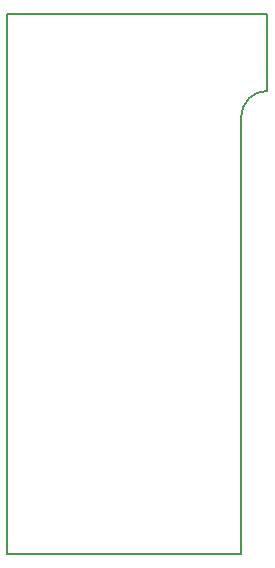
<source format=gbr>
G04 #@! TF.FileFunction,Profile,NP*
%FSLAX46Y46*%
G04 Gerber Fmt 4.6, Leading zero omitted, Abs format (unit mm)*
G04 Created by KiCad (PCBNEW 4.0.5+dfsg1-4~bpo8+1) date Mon Aug  6 16:38:55 2018*
%MOMM*%
%LPD*%
G01*
G04 APERTURE LIST*
%ADD10C,0.100000*%
%ADD11C,0.150000*%
G04 APERTURE END LIST*
D10*
D11*
X52000000Y-34000000D02*
G75*
G03X49784000Y-36216000I0J-2216000D01*
G01*
X52000000Y-34000000D02*
X52000000Y-27500000D01*
X30000000Y-73180000D02*
X49784000Y-73180000D01*
X49784000Y-36216000D02*
X49784000Y-73180000D01*
X30000000Y-27500000D02*
X52000000Y-27500000D01*
X30000000Y-27500000D02*
X30000000Y-73180000D01*
M02*

</source>
